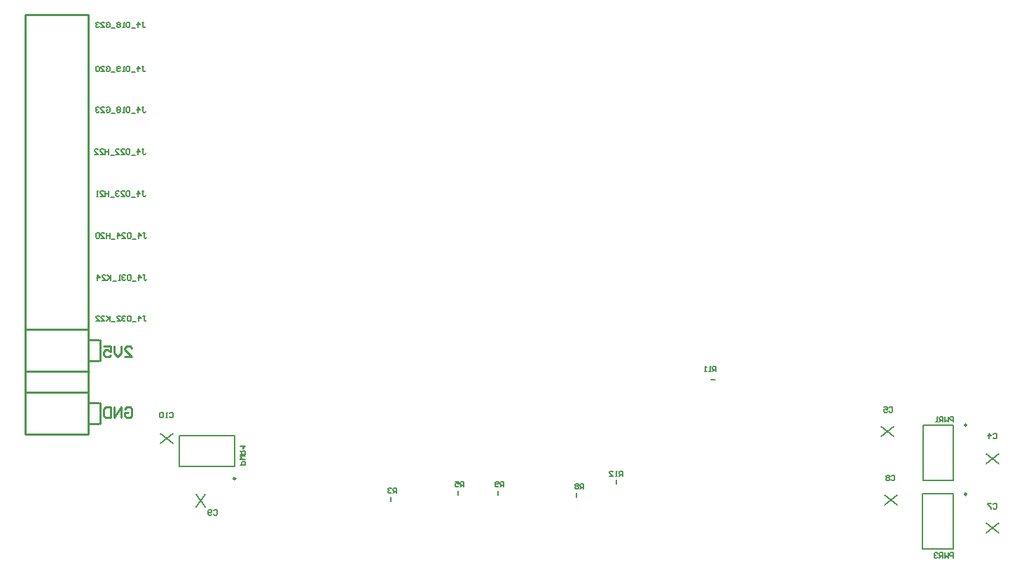
<source format=gbo>
G04*
G04 #@! TF.GenerationSoftware,Altium Limited,Altium Designer,18.0.12 (696)*
G04*
G04 Layer_Color=32896*
%FSLAX43Y43*%
%MOMM*%
G71*
G01*
G75*
%ADD10C,0.250*%
%ADD11C,0.254*%
%ADD12C,0.127*%
%ADD96C,0.152*%
D10*
X115620Y8761D02*
G03*
X115620Y8761I-125J0D01*
G01*
X27249Y10645D02*
G03*
X27249Y10645I-125J0D01*
G01*
X115630Y17117D02*
G03*
X115630Y17117I-125J0D01*
G01*
D11*
X1855Y66802D02*
X9475D01*
X1905Y23622D02*
X9525D01*
X10872Y24892D02*
Y27432D01*
Y17272D02*
Y19812D01*
X9475Y17272D02*
X10745D01*
X9475Y19812D02*
X10745D01*
X9475Y24892D02*
X10745D01*
X9475Y27432D02*
X10745D01*
X1855Y21082D02*
X9475D01*
X1855Y28702D02*
X9475D01*
X1855Y21082D02*
X9475D01*
X1855Y16002D02*
X9475D01*
X9475Y66802D02*
X9475Y16002D01*
X1855D02*
X9475D01*
X1855Y66802D02*
X1855Y16002D01*
X13886Y25400D02*
X14732D01*
X13886Y26246D01*
Y26458D01*
X14097Y26670D01*
X14520D01*
X14732Y26458D01*
X13462Y26670D02*
Y25823D01*
X13039Y25400D01*
X12616Y25823D01*
Y26670D01*
X11346D02*
X12193D01*
Y26035D01*
X11770Y26246D01*
X11558D01*
X11346Y26035D01*
Y25612D01*
X11558Y25400D01*
X11981D01*
X12193Y25612D01*
X13886Y19092D02*
X14097Y19304D01*
X14520D01*
X14732Y19092D01*
Y18246D01*
X14520Y18034D01*
X14097D01*
X13886Y18246D01*
Y18669D01*
X14309D01*
X13462Y18034D02*
Y19304D01*
X12616Y18034D01*
Y19304D01*
X12193D02*
Y18034D01*
X11558D01*
X11346Y18246D01*
Y19092D01*
X11558Y19304D01*
X12193D01*
D12*
X118033Y5232D02*
X119557Y4064D01*
X118033D02*
X119557Y5232D01*
X105714Y8661D02*
X107238Y7493D01*
X105714D02*
X107238Y8661D01*
X18143Y16078D02*
X19667Y14910D01*
X18143D02*
X19667Y16078D01*
X22453Y7239D02*
X23621Y8763D01*
X22453D02*
X23621Y7239D01*
X105333Y16916D02*
X106857Y15748D01*
X105333D02*
X106857Y16916D01*
X46024Y7874D02*
Y8382D01*
X54152Y8636D02*
Y9144D01*
X58978Y8636D02*
Y9144D01*
X68503Y8382D02*
Y8890D01*
X73313Y9957D02*
Y10465D01*
X84759Y22606D02*
X85267D01*
X118033Y13614D02*
X119557Y12446D01*
X118033D02*
X119557Y13614D01*
X15960Y55626D02*
X16171D01*
X16066D01*
Y55097D01*
X16171Y54991D01*
X16277D01*
X16383Y55097D01*
X15431Y54991D02*
Y55626D01*
X15748Y55308D01*
X15325D01*
X15113Y54885D02*
X14690D01*
X14479Y55520D02*
X14373Y55626D01*
X14161D01*
X14055Y55520D01*
Y55097D01*
X14161Y54991D01*
X14373D01*
X14479Y55097D01*
Y55520D01*
X13844Y54991D02*
X13632D01*
X13738D01*
Y55626D01*
X13844Y55520D01*
X13315D02*
X13209Y55626D01*
X12997D01*
X12892Y55520D01*
Y55414D01*
X12997Y55308D01*
X12892Y55203D01*
Y55097D01*
X12997Y54991D01*
X13209D01*
X13315Y55097D01*
Y55203D01*
X13209Y55308D01*
X13315Y55414D01*
Y55520D01*
X13209Y55308D02*
X12997D01*
X12680Y54885D02*
X12257D01*
X11622Y55520D02*
X11728Y55626D01*
X11939D01*
X12045Y55520D01*
Y55097D01*
X11939Y54991D01*
X11728D01*
X11622Y55097D01*
Y55308D01*
X11834D01*
X10987Y54991D02*
X11410D01*
X10987Y55414D01*
Y55520D01*
X11093Y55626D01*
X11305D01*
X11410Y55520D01*
X10776D02*
X10670Y55626D01*
X10458D01*
X10352Y55520D01*
Y55414D01*
X10458Y55308D01*
X10564D01*
X10458D01*
X10352Y55203D01*
Y55097D01*
X10458Y54991D01*
X10670D01*
X10776Y55097D01*
X16087Y40386D02*
X16298D01*
X16193D01*
Y39857D01*
X16298Y39751D01*
X16404D01*
X16510Y39857D01*
X15558Y39751D02*
Y40386D01*
X15875Y40068D01*
X15452D01*
X15240Y39645D02*
X14817D01*
X14606Y40280D02*
X14500Y40386D01*
X14288D01*
X14182Y40280D01*
Y39857D01*
X14288Y39751D01*
X14500D01*
X14606Y39857D01*
Y40280D01*
X13548Y39751D02*
X13971D01*
X13548Y40174D01*
Y40280D01*
X13653Y40386D01*
X13865D01*
X13971Y40280D01*
X13019Y39751D02*
Y40386D01*
X13336Y40068D01*
X12913D01*
X12701Y39645D02*
X12278D01*
X12066Y40386D02*
Y39751D01*
Y40068D01*
X11643D01*
Y40386D01*
Y39751D01*
X11008D02*
X11432D01*
X11008Y40174D01*
Y40280D01*
X11114Y40386D01*
X11326D01*
X11432Y40280D01*
X10797D02*
X10691Y40386D01*
X10479D01*
X10374Y40280D01*
Y39857D01*
X10479Y39751D01*
X10691D01*
X10797Y39857D01*
Y40280D01*
X16087Y35306D02*
X16298D01*
X16193D01*
Y34777D01*
X16298Y34671D01*
X16404D01*
X16510Y34777D01*
X15558Y34671D02*
Y35306D01*
X15875Y34988D01*
X15452D01*
X15240Y34565D02*
X14817D01*
X14606Y35200D02*
X14500Y35306D01*
X14288D01*
X14182Y35200D01*
Y34777D01*
X14288Y34671D01*
X14500D01*
X14606Y34777D01*
Y35200D01*
X13971D02*
X13865Y35306D01*
X13653D01*
X13548Y35200D01*
Y35094D01*
X13653Y34988D01*
X13759D01*
X13653D01*
X13548Y34883D01*
Y34777D01*
X13653Y34671D01*
X13865D01*
X13971Y34777D01*
X13336Y34671D02*
X13124D01*
X13230D01*
Y35306D01*
X13336Y35200D01*
X12807Y34565D02*
X12384D01*
X12172Y35306D02*
Y34671D01*
Y34883D01*
X11749Y35306D01*
X12066Y34988D01*
X11749Y34671D01*
X11114D02*
X11537D01*
X11114Y35094D01*
Y35200D01*
X11220Y35306D01*
X11432D01*
X11537Y35200D01*
X10585Y34671D02*
Y35306D01*
X10903Y34988D01*
X10479D01*
X15960Y65913D02*
X16171D01*
X16066D01*
Y65384D01*
X16171Y65278D01*
X16277D01*
X16383Y65384D01*
X15431Y65278D02*
Y65913D01*
X15748Y65595D01*
X15325D01*
X15113Y65172D02*
X14690D01*
X14479Y65807D02*
X14373Y65913D01*
X14161D01*
X14055Y65807D01*
Y65384D01*
X14161Y65278D01*
X14373D01*
X14479Y65384D01*
Y65807D01*
X13844Y65278D02*
X13632D01*
X13738D01*
Y65913D01*
X13844Y65807D01*
X13315D02*
X13209Y65913D01*
X12997D01*
X12892Y65807D01*
Y65701D01*
X12997Y65595D01*
X12892Y65490D01*
Y65384D01*
X12997Y65278D01*
X13209D01*
X13315Y65384D01*
Y65490D01*
X13209Y65595D01*
X13315Y65701D01*
Y65807D01*
X13209Y65595D02*
X12997D01*
X12680Y65172D02*
X12257D01*
X11622Y65807D02*
X11728Y65913D01*
X11939D01*
X12045Y65807D01*
Y65384D01*
X11939Y65278D01*
X11728D01*
X11622Y65384D01*
Y65595D01*
X11834D01*
X10987Y65278D02*
X11410D01*
X10987Y65701D01*
Y65807D01*
X11093Y65913D01*
X11305D01*
X11410Y65807D01*
X10776D02*
X10670Y65913D01*
X10458D01*
X10352Y65807D01*
Y65701D01*
X10458Y65595D01*
X10564D01*
X10458D01*
X10352Y65490D01*
Y65384D01*
X10458Y65278D01*
X10670D01*
X10776Y65384D01*
X15960Y60579D02*
X16171D01*
X16066D01*
Y60050D01*
X16171Y59944D01*
X16277D01*
X16383Y60050D01*
X15431Y59944D02*
Y60579D01*
X15748Y60261D01*
X15325D01*
X15113Y59838D02*
X14690D01*
X14479Y60473D02*
X14373Y60579D01*
X14161D01*
X14055Y60473D01*
Y60050D01*
X14161Y59944D01*
X14373D01*
X14479Y60050D01*
Y60473D01*
X13844Y59944D02*
X13632D01*
X13738D01*
Y60579D01*
X13844Y60473D01*
X13315Y60050D02*
X13209Y59944D01*
X12997D01*
X12892Y60050D01*
Y60473D01*
X12997Y60579D01*
X13209D01*
X13315Y60473D01*
Y60367D01*
X13209Y60261D01*
X12892D01*
X12680Y59838D02*
X12257D01*
X11622Y60473D02*
X11728Y60579D01*
X11939D01*
X12045Y60473D01*
Y60050D01*
X11939Y59944D01*
X11728D01*
X11622Y60050D01*
Y60261D01*
X11834D01*
X10987Y59944D02*
X11410D01*
X10987Y60367D01*
Y60473D01*
X11093Y60579D01*
X11305D01*
X11410Y60473D01*
X10776D02*
X10670Y60579D01*
X10458D01*
X10352Y60473D01*
Y60050D01*
X10458Y59944D01*
X10670D01*
X10776Y60050D01*
Y60473D01*
X15960Y50546D02*
X16171D01*
X16066D01*
Y50017D01*
X16171Y49911D01*
X16277D01*
X16383Y50017D01*
X15431Y49911D02*
Y50546D01*
X15748Y50228D01*
X15325D01*
X15113Y49805D02*
X14690D01*
X14479Y50440D02*
X14373Y50546D01*
X14161D01*
X14055Y50440D01*
Y50017D01*
X14161Y49911D01*
X14373D01*
X14479Y50017D01*
Y50440D01*
X13421Y49911D02*
X13844D01*
X13421Y50334D01*
Y50440D01*
X13526Y50546D01*
X13738D01*
X13844Y50440D01*
X12786Y49911D02*
X13209D01*
X12786Y50334D01*
Y50440D01*
X12892Y50546D01*
X13103D01*
X13209Y50440D01*
X12574Y49805D02*
X12151D01*
X11939Y50546D02*
Y49911D01*
Y50228D01*
X11516D01*
Y50546D01*
Y49911D01*
X10881D02*
X11305D01*
X10881Y50334D01*
Y50440D01*
X10987Y50546D01*
X11199D01*
X11305Y50440D01*
X10247Y49911D02*
X10670D01*
X10247Y50334D01*
Y50440D01*
X10352Y50546D01*
X10564D01*
X10670Y50440D01*
X15960Y45466D02*
X16171D01*
X16066D01*
Y44937D01*
X16171Y44831D01*
X16277D01*
X16383Y44937D01*
X15431Y44831D02*
Y45466D01*
X15748Y45148D01*
X15325D01*
X15113Y44725D02*
X14690D01*
X14479Y45360D02*
X14373Y45466D01*
X14161D01*
X14055Y45360D01*
Y44937D01*
X14161Y44831D01*
X14373D01*
X14479Y44937D01*
Y45360D01*
X13421Y44831D02*
X13844D01*
X13421Y45254D01*
Y45360D01*
X13526Y45466D01*
X13738D01*
X13844Y45360D01*
X13209D02*
X13103Y45466D01*
X12892D01*
X12786Y45360D01*
Y45254D01*
X12892Y45148D01*
X12997D01*
X12892D01*
X12786Y45043D01*
Y44937D01*
X12892Y44831D01*
X13103D01*
X13209Y44937D01*
X12574Y44725D02*
X12151D01*
X11939Y45466D02*
Y44831D01*
Y45148D01*
X11516D01*
Y45466D01*
Y44831D01*
X10881D02*
X11305D01*
X10881Y45254D01*
Y45360D01*
X10987Y45466D01*
X11199D01*
X11305Y45360D01*
X10670Y44831D02*
X10458D01*
X10564D01*
Y45466D01*
X10670Y45360D01*
X16087Y30353D02*
X16298D01*
X16193D01*
Y29824D01*
X16298Y29718D01*
X16404D01*
X16510Y29824D01*
X15558Y29718D02*
Y30353D01*
X15875Y30035D01*
X15452D01*
X15240Y29612D02*
X14817D01*
X14606Y30247D02*
X14500Y30353D01*
X14288D01*
X14182Y30247D01*
Y29824D01*
X14288Y29718D01*
X14500D01*
X14606Y29824D01*
Y30247D01*
X13971D02*
X13865Y30353D01*
X13653D01*
X13548Y30247D01*
Y30141D01*
X13653Y30035D01*
X13759D01*
X13653D01*
X13548Y29930D01*
Y29824D01*
X13653Y29718D01*
X13865D01*
X13971Y29824D01*
X12913Y29718D02*
X13336D01*
X12913Y30141D01*
Y30247D01*
X13019Y30353D01*
X13230D01*
X13336Y30247D01*
X12701Y29612D02*
X12278D01*
X12066Y30353D02*
Y29718D01*
Y29930D01*
X11643Y30353D01*
X11961Y30035D01*
X11643Y29718D01*
X11008D02*
X11432D01*
X11008Y30141D01*
Y30247D01*
X11114Y30353D01*
X11326D01*
X11432Y30247D01*
X10374Y29718D02*
X10797D01*
X10374Y30141D01*
Y30247D01*
X10479Y30353D01*
X10691D01*
X10797Y30247D01*
X27813Y12319D02*
X28448D01*
Y12636D01*
X28342Y12742D01*
X28130D01*
X28025Y12636D01*
Y12319D01*
X28448Y12954D02*
X27813D01*
X28025Y13165D01*
X27813Y13377D01*
X28448D01*
X27813Y13589D02*
X28448D01*
Y13906D01*
X28342Y14012D01*
X28130D01*
X28025Y13906D01*
Y13589D01*
Y13800D02*
X27813Y14012D01*
Y14541D02*
X28448D01*
X28130Y14223D01*
Y14647D01*
X114025Y1042D02*
Y1676D01*
X113707D01*
X113601Y1571D01*
Y1359D01*
X113707Y1253D01*
X114025D01*
X113390Y1676D02*
Y1042D01*
X113178Y1253D01*
X112967Y1042D01*
Y1676D01*
X112755Y1042D02*
Y1676D01*
X112438D01*
X112332Y1571D01*
Y1359D01*
X112438Y1253D01*
X112755D01*
X112543D02*
X112332Y1042D01*
X112120Y1571D02*
X112014Y1676D01*
X111803D01*
X111697Y1571D01*
Y1465D01*
X111803Y1359D01*
X111909D01*
X111803D01*
X111697Y1253D01*
Y1147D01*
X111803Y1042D01*
X112014D01*
X112120Y1147D01*
X19262Y18563D02*
X19368Y18669D01*
X19579D01*
X19685Y18563D01*
Y18140D01*
X19579Y18034D01*
X19368D01*
X19262Y18140D01*
X19050Y18034D02*
X18839D01*
X18944D01*
Y18669D01*
X19050Y18563D01*
X18521D02*
X18415Y18669D01*
X18204D01*
X18098Y18563D01*
Y18140D01*
X18204Y18034D01*
X18415D01*
X18521Y18140D01*
Y18563D01*
X24596Y6752D02*
X24702Y6858D01*
X24913D01*
X25019Y6752D01*
Y6329D01*
X24913Y6223D01*
X24702D01*
X24596Y6329D01*
X24384D02*
X24278Y6223D01*
X24067D01*
X23961Y6329D01*
Y6752D01*
X24067Y6858D01*
X24278D01*
X24384Y6752D01*
Y6646D01*
X24278Y6540D01*
X23961D01*
X106511Y10943D02*
X106617Y11049D01*
X106828D01*
X106934Y10943D01*
Y10520D01*
X106828Y10414D01*
X106617D01*
X106511Y10520D01*
X106299Y10943D02*
X106193Y11049D01*
X105982D01*
X105876Y10943D01*
Y10837D01*
X105982Y10731D01*
X105876Y10626D01*
Y10520D01*
X105982Y10414D01*
X106193D01*
X106299Y10520D01*
Y10626D01*
X106193Y10731D01*
X106299Y10837D01*
Y10943D01*
X106193Y10731D02*
X105982D01*
X118830Y7514D02*
X118936Y7620D01*
X119147D01*
X119253Y7514D01*
Y7091D01*
X119147Y6985D01*
X118936D01*
X118830Y7091D01*
X118618Y7620D02*
X118195D01*
Y7514D01*
X118618Y7091D01*
Y6985D01*
X114046Y17526D02*
Y18161D01*
X113729D01*
X113623Y18055D01*
Y17843D01*
X113729Y17738D01*
X114046D01*
X113411Y18161D02*
Y17526D01*
X113200Y17738D01*
X112988Y17526D01*
Y18161D01*
X112776Y17526D02*
Y18161D01*
X112459D01*
X112353Y18055D01*
Y17843D01*
X112459Y17738D01*
X112776D01*
X112565D02*
X112353Y17526D01*
X112142D02*
X111930D01*
X112036D01*
Y18161D01*
X112142Y18055D01*
X106257Y19198D02*
X106363Y19304D01*
X106574D01*
X106680Y19198D01*
Y18775D01*
X106574Y18669D01*
X106363D01*
X106257Y18775D01*
X105622Y19304D02*
X106045D01*
Y18986D01*
X105834Y19092D01*
X105728D01*
X105622Y18986D01*
Y18775D01*
X105728Y18669D01*
X105939D01*
X106045Y18775D01*
X54864Y9652D02*
Y10287D01*
X54547D01*
X54441Y10181D01*
Y9969D01*
X54547Y9864D01*
X54864D01*
X54652D02*
X54441Y9652D01*
X53806Y10287D02*
X54229D01*
Y9969D01*
X54018Y10075D01*
X53912D01*
X53806Y9969D01*
Y9758D01*
X53912Y9652D01*
X54123D01*
X54229Y9758D01*
X85344Y23622D02*
Y24257D01*
X85027D01*
X84921Y24151D01*
Y23939D01*
X85027Y23834D01*
X85344D01*
X85132D02*
X84921Y23622D01*
X84709D02*
X84498D01*
X84603D01*
Y24257D01*
X84709Y24151D01*
X84180Y23622D02*
X83969D01*
X84074D01*
Y24257D01*
X84180Y24151D01*
X69342Y9398D02*
Y10033D01*
X69025D01*
X68919Y9927D01*
Y9715D01*
X69025Y9610D01*
X69342D01*
X69130D02*
X68919Y9398D01*
X68707Y9927D02*
X68601Y10033D01*
X68390D01*
X68284Y9927D01*
Y9821D01*
X68390Y9715D01*
X68284Y9610D01*
Y9504D01*
X68390Y9398D01*
X68601D01*
X68707Y9504D01*
Y9610D01*
X68601Y9715D01*
X68707Y9821D01*
Y9927D01*
X68601Y9715D02*
X68390D01*
X74041Y10922D02*
Y11557D01*
X73724D01*
X73618Y11451D01*
Y11239D01*
X73724Y11134D01*
X74041D01*
X73829D02*
X73618Y10922D01*
X73406D02*
X73195D01*
X73300D01*
Y11557D01*
X73406Y11451D01*
X72454Y10922D02*
X72877D01*
X72454Y11345D01*
Y11451D01*
X72560Y11557D01*
X72771D01*
X72877Y11451D01*
X59690Y9652D02*
Y10287D01*
X59373D01*
X59267Y10181D01*
Y9969D01*
X59373Y9864D01*
X59690D01*
X59478D02*
X59267Y9652D01*
X59055Y9758D02*
X58949Y9652D01*
X58738D01*
X58632Y9758D01*
Y10181D01*
X58738Y10287D01*
X58949D01*
X59055Y10181D01*
Y10075D01*
X58949Y9969D01*
X58632D01*
X46736Y8890D02*
Y9525D01*
X46419D01*
X46313Y9419D01*
Y9207D01*
X46419Y9102D01*
X46736D01*
X46524D02*
X46313Y8890D01*
X46101Y9419D02*
X45995Y9525D01*
X45784D01*
X45678Y9419D01*
Y9313D01*
X45784Y9207D01*
X45890D01*
X45784D01*
X45678Y9102D01*
Y8996D01*
X45784Y8890D01*
X45995D01*
X46101Y8996D01*
X118830Y16023D02*
X118936Y16129D01*
X119147D01*
X119253Y16023D01*
Y15600D01*
X119147Y15494D01*
X118936D01*
X118830Y15600D01*
X118301Y15494D02*
Y16129D01*
X118618Y15811D01*
X118195D01*
D96*
X110320Y2086D02*
Y8786D01*
Y2086D02*
X114020D01*
Y8786D01*
X110320D02*
X114020D01*
X20449Y15820D02*
X27149D01*
X20449Y12120D02*
Y15820D01*
Y12120D02*
X27149D01*
Y15820D01*
X110330Y10442D02*
Y17142D01*
Y10442D02*
X114030D01*
Y17142D01*
X110330D02*
X114030D01*
M02*

</source>
